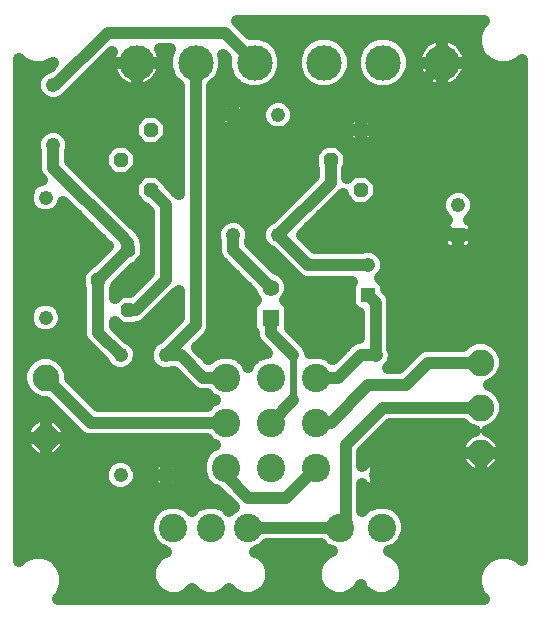
<source format=gbl>
G75*
G70*
%OFA0B0*%
%FSLAX24Y24*%
%IPPOS*%
%LPD*%
%AMOC8*
5,1,8,0,0,1.08239X$1,22.5*
%
%ADD10OC8,0.0476*%
%ADD11C,0.0476*%
%ADD12C,0.1181*%
%ADD13R,0.0476X0.0476*%
%ADD14C,0.0554*%
%ADD15R,0.0554X0.0554*%
%ADD16C,0.0886*%
%ADD17C,0.0945*%
%ADD18C,0.0400*%
%ADD19C,0.0240*%
D10*
X004302Y010302D03*
X003302Y011302D03*
X004302Y012302D03*
X005052Y014302D03*
X004052Y015302D03*
X005052Y016302D03*
X011052Y015302D03*
X012052Y014302D03*
X012052Y016302D03*
D11*
X009302Y016802D03*
X007802Y016802D03*
X007802Y012802D03*
X009302Y012802D03*
X012302Y011802D03*
X012552Y008802D03*
X012552Y004802D03*
X005552Y004802D03*
X004052Y004802D03*
X004052Y008802D03*
X005552Y008802D03*
X001552Y010052D03*
X001552Y014052D03*
X001802Y015802D03*
X001802Y017802D03*
X015302Y013802D03*
D12*
X014771Y018552D03*
X012802Y018552D03*
X010834Y018552D03*
X008521Y018552D03*
X006552Y018552D03*
X004584Y018552D03*
D13*
X012302Y010802D03*
X015302Y012802D03*
D14*
X009052Y011052D03*
D15*
X009052Y010052D03*
D16*
X016052Y008552D03*
X016052Y007052D03*
X016052Y005552D03*
X001552Y006052D03*
X001552Y008052D03*
D17*
X005802Y003052D03*
X007052Y003052D03*
X008302Y003052D03*
X007552Y005052D03*
X007552Y006552D03*
X007552Y008052D03*
X009052Y008052D03*
X009052Y006552D03*
X009052Y005052D03*
X010552Y005052D03*
X010552Y006552D03*
X010552Y008052D03*
X011352Y003052D03*
X012752Y003052D03*
D18*
X000662Y001951D02*
X000662Y018654D01*
X000786Y018530D01*
X001121Y018391D01*
X001484Y018391D01*
X001809Y018526D01*
X001683Y018400D01*
X001464Y018309D01*
X001296Y018141D01*
X001205Y017921D01*
X001205Y017683D01*
X001296Y017464D01*
X001464Y017296D01*
X001683Y017205D01*
X001921Y017205D01*
X002141Y017296D01*
X002158Y017312D01*
X002195Y017328D01*
X003762Y018895D01*
X003739Y018839D01*
X003709Y018726D01*
X003693Y018611D01*
X003693Y018553D01*
X004583Y018553D01*
X004583Y018552D01*
X003693Y018552D01*
X003693Y018494D01*
X003709Y018378D01*
X003739Y018265D01*
X003783Y018158D01*
X003842Y018057D01*
X003913Y017964D01*
X003995Y017881D01*
X004088Y017810D01*
X004189Y017752D01*
X004297Y017707D01*
X004410Y017677D01*
X004525Y017662D01*
X004584Y017662D01*
X004642Y017662D01*
X004758Y017677D01*
X004871Y017707D01*
X004979Y017752D01*
X005080Y017810D01*
X005172Y017881D01*
X005255Y017964D01*
X005326Y018057D01*
X005384Y018158D01*
X005429Y018265D01*
X005459Y018378D01*
X005474Y018494D01*
X005474Y018552D01*
X004584Y018552D01*
X004584Y017662D01*
X004584Y018552D01*
X004584Y018552D01*
X004584Y018553D01*
X005474Y018553D01*
X005474Y018611D01*
X005459Y018726D01*
X005429Y018839D01*
X005384Y018947D01*
X005358Y018992D01*
X005706Y018992D01*
X005602Y018741D01*
X005602Y018363D01*
X005747Y018014D01*
X005992Y017768D01*
X005992Y014154D01*
X005650Y014497D01*
X005650Y014550D01*
X005300Y014900D01*
X004805Y014900D01*
X004455Y014550D01*
X004455Y014055D01*
X004805Y013705D01*
X004858Y013705D01*
X004992Y013570D01*
X004992Y011534D01*
X004358Y010900D01*
X004055Y010900D01*
X003862Y010708D01*
X003862Y011017D01*
X003900Y011055D01*
X003900Y011108D01*
X004497Y011705D01*
X004550Y011705D01*
X004900Y012055D01*
X004900Y012550D01*
X004862Y012588D01*
X004862Y012664D01*
X004777Y012870D01*
X004620Y013027D01*
X004370Y013277D01*
X002362Y015284D01*
X002362Y015592D01*
X002400Y015683D01*
X002400Y015921D01*
X002309Y016141D01*
X002141Y016309D01*
X001921Y016400D01*
X001683Y016400D01*
X001464Y016309D01*
X001296Y016141D01*
X001205Y015921D01*
X001205Y015683D01*
X001242Y015592D01*
X001242Y015164D01*
X001242Y014941D01*
X001328Y014735D01*
X001419Y014644D01*
X001214Y014559D01*
X001046Y014391D01*
X000955Y014171D01*
X000955Y013933D01*
X001046Y013714D01*
X001214Y013546D01*
X001433Y013455D01*
X001671Y013455D01*
X001891Y013546D01*
X002059Y013714D01*
X002144Y013919D01*
X003578Y012485D01*
X003635Y012427D01*
X003108Y011900D01*
X003055Y011900D01*
X002705Y011550D01*
X002705Y011055D01*
X002742Y011017D01*
X002742Y009441D01*
X002828Y009235D01*
X002985Y009078D01*
X003508Y008555D01*
X003546Y008464D01*
X003714Y008296D01*
X003933Y008205D01*
X004171Y008205D01*
X004391Y008296D01*
X004559Y008464D01*
X004650Y008683D01*
X004650Y008921D01*
X004559Y009141D01*
X004391Y009309D01*
X004300Y009347D01*
X003862Y009784D01*
X003862Y009897D01*
X004055Y009705D01*
X004550Y009705D01*
X004588Y009742D01*
X004664Y009742D01*
X004870Y009828D01*
X005870Y010828D01*
X005992Y010950D01*
X005992Y010034D01*
X005305Y009347D01*
X005214Y009309D01*
X005046Y009141D01*
X004955Y008921D01*
X004955Y008683D01*
X005046Y008464D01*
X005214Y008296D01*
X005433Y008205D01*
X005671Y008205D01*
X005763Y008242D01*
X005820Y008242D01*
X006485Y007578D01*
X006691Y007492D01*
X006914Y007492D01*
X006935Y007492D01*
X007081Y007347D01*
X007188Y007302D01*
X007081Y007258D01*
X006935Y007112D01*
X003284Y007112D01*
X002355Y008041D01*
X002355Y008212D01*
X002233Y008507D01*
X002007Y008733D01*
X001712Y008855D01*
X001393Y008855D01*
X001098Y008733D01*
X000872Y008507D01*
X000749Y008212D01*
X000749Y007893D01*
X000872Y007598D01*
X001098Y007372D01*
X001393Y007249D01*
X001563Y007249D01*
X002735Y006078D01*
X002941Y005992D01*
X003164Y005992D01*
X006935Y005992D01*
X007081Y005847D01*
X007188Y005802D01*
X007081Y005758D01*
X006847Y005524D01*
X006720Y005218D01*
X006720Y004887D01*
X006847Y004581D01*
X007081Y004347D01*
X007312Y004251D01*
X007818Y003745D01*
X007677Y003605D01*
X007524Y003758D01*
X007218Y003885D01*
X006887Y003885D01*
X006581Y003758D01*
X006427Y003605D01*
X006274Y003758D01*
X005968Y003885D01*
X005637Y003885D01*
X005331Y003758D01*
X005097Y003524D01*
X004970Y003218D01*
X004970Y002887D01*
X005097Y002581D01*
X005331Y002347D01*
X005562Y002251D01*
X005378Y002175D01*
X005155Y001952D01*
X005034Y001660D01*
X005034Y001345D01*
X005155Y001053D01*
X005378Y000830D01*
X005670Y000709D01*
X005985Y000709D01*
X006277Y000830D01*
X006440Y000993D01*
X006603Y000830D01*
X006895Y000709D01*
X007210Y000709D01*
X007502Y000830D01*
X007665Y000993D01*
X007828Y000830D01*
X008120Y000709D01*
X008435Y000709D01*
X008727Y000830D01*
X008950Y001053D01*
X009070Y001345D01*
X009070Y001660D01*
X008950Y001952D01*
X008727Y002175D01*
X008543Y002251D01*
X008774Y002347D01*
X008920Y002492D01*
X010735Y002492D01*
X010881Y002347D01*
X011100Y002256D01*
X010903Y002175D01*
X010680Y001952D01*
X010559Y001660D01*
X010559Y001345D01*
X010680Y001053D01*
X010903Y000830D01*
X011195Y000709D01*
X011510Y000709D01*
X011802Y000830D01*
X012025Y001053D01*
X012052Y001120D01*
X012080Y001053D01*
X012303Y000830D01*
X012595Y000709D01*
X012910Y000709D01*
X013202Y000830D01*
X013425Y001053D01*
X013545Y001345D01*
X013545Y001660D01*
X013425Y001952D01*
X013202Y002175D01*
X013005Y002256D01*
X013224Y002347D01*
X013458Y002581D01*
X013585Y002887D01*
X013585Y003218D01*
X013458Y003524D01*
X013224Y003758D01*
X012918Y003885D01*
X012587Y003885D01*
X012281Y003758D01*
X012112Y003590D01*
X012112Y004493D01*
X012142Y004452D01*
X012202Y004392D01*
X012270Y004342D01*
X012346Y004304D01*
X012426Y004278D01*
X012510Y004265D01*
X012552Y004265D01*
X012552Y004802D01*
X012553Y004802D01*
X012553Y004803D01*
X012552Y004803D01*
X012552Y005340D01*
X012510Y005340D01*
X012426Y005327D01*
X012346Y005301D01*
X012270Y005262D01*
X012202Y005213D01*
X012142Y005153D01*
X012112Y005112D01*
X012112Y005570D01*
X013034Y006492D01*
X015477Y006492D01*
X015598Y006372D01*
X015850Y006267D01*
X015813Y006257D01*
X015723Y006220D01*
X015639Y006171D01*
X015561Y006112D01*
X015493Y006043D01*
X015433Y005966D01*
X015385Y005882D01*
X012424Y005882D01*
X012112Y005483D02*
X015312Y005483D01*
X015309Y005504D02*
X015322Y005407D01*
X015347Y005313D01*
X015385Y005223D01*
X015433Y005139D01*
X015493Y005061D01*
X015561Y004993D01*
X015639Y004933D01*
X015723Y004885D01*
X015813Y004847D01*
X015907Y004822D01*
X016004Y004809D01*
X016052Y004809D01*
X016052Y005552D01*
X016053Y005552D01*
X016053Y005553D01*
X016795Y005553D01*
X016795Y005601D01*
X016783Y005698D01*
X016757Y005792D01*
X016720Y005882D01*
X017437Y005882D01*
X017437Y006281D02*
X016287Y006281D01*
X016292Y006257D02*
X016255Y006267D01*
X016507Y006372D01*
X016733Y006598D01*
X016855Y006893D01*
X016855Y007212D01*
X016733Y007507D01*
X016507Y007733D01*
X016340Y007802D01*
X016507Y007872D01*
X016733Y008098D01*
X016855Y008393D01*
X016855Y008712D01*
X016733Y009007D01*
X016507Y009233D01*
X016212Y009355D01*
X015893Y009355D01*
X015598Y009233D01*
X015477Y009112D01*
X014414Y009112D01*
X014191Y009112D01*
X013985Y009027D01*
X013320Y008362D01*
X012958Y008362D01*
X013059Y008464D01*
X013150Y008683D01*
X013150Y008921D01*
X013112Y009013D01*
X013112Y010441D01*
X013112Y010664D01*
X013027Y010870D01*
X012900Y010996D01*
X012900Y011112D01*
X012845Y011244D01*
X012744Y011345D01*
X012706Y011361D01*
X012809Y011464D01*
X012900Y011683D01*
X012900Y011921D01*
X012809Y012141D01*
X012641Y012309D01*
X012421Y012400D01*
X012183Y012400D01*
X012092Y012362D01*
X010534Y012362D01*
X010094Y012802D01*
X011370Y014078D01*
X011455Y014163D01*
X011455Y014055D01*
X011805Y013705D01*
X012300Y013705D01*
X012650Y014055D01*
X012650Y014550D01*
X012300Y014900D01*
X011805Y014900D01*
X011612Y014708D01*
X011612Y015017D01*
X011650Y015055D01*
X011650Y015550D01*
X011300Y015900D01*
X010805Y015900D01*
X010455Y015550D01*
X010455Y015055D01*
X010492Y015017D01*
X010492Y014784D01*
X009055Y013347D01*
X008964Y013309D01*
X008796Y013141D01*
X008705Y012921D01*
X008705Y012683D01*
X008796Y012464D01*
X008964Y012296D01*
X009055Y012258D01*
X009985Y011328D01*
X010191Y011242D01*
X010414Y011242D01*
X011759Y011242D01*
X011705Y011112D01*
X011705Y010493D01*
X011759Y010361D01*
X011861Y010259D01*
X011992Y010205D01*
X011992Y009362D01*
X011941Y009362D01*
X011735Y009277D01*
X011578Y009120D01*
X011328Y008870D01*
X011120Y008662D01*
X011024Y008758D01*
X010718Y008885D01*
X010387Y008885D01*
X010362Y008875D01*
X010362Y008914D01*
X010277Y009120D01*
X009689Y009707D01*
X009689Y010401D01*
X009635Y010533D01*
X009535Y010634D01*
X009592Y010691D01*
X009689Y010926D01*
X009689Y011179D01*
X009592Y011413D01*
X009413Y011592D01*
X009227Y011670D01*
X008362Y012534D01*
X008362Y012592D01*
X008400Y012683D01*
X008400Y012921D01*
X008309Y013141D01*
X008141Y013309D01*
X007921Y013400D01*
X007683Y013400D01*
X007464Y013309D01*
X007296Y013141D01*
X007205Y012921D01*
X007205Y012683D01*
X007242Y012592D01*
X007242Y012414D01*
X007242Y012191D01*
X007328Y011985D01*
X008435Y010878D01*
X008512Y010691D01*
X008570Y010634D01*
X008470Y010533D01*
X008415Y010401D01*
X008415Y009704D01*
X008470Y009571D01*
X008492Y009549D01*
X008492Y009441D01*
X008578Y009235D01*
X008928Y008885D01*
X008887Y008885D01*
X008581Y008758D01*
X008347Y008524D01*
X008302Y008417D01*
X008258Y008524D01*
X008024Y008758D01*
X007718Y008885D01*
X007387Y008885D01*
X007081Y008758D01*
X006985Y008662D01*
X006594Y009052D01*
X007027Y009485D01*
X007112Y009691D01*
X007112Y009914D01*
X007112Y017768D01*
X007358Y018014D01*
X007503Y018363D01*
X007503Y018741D01*
X007477Y018805D01*
X007570Y018711D01*
X007570Y018363D01*
X007715Y018014D01*
X007982Y017747D01*
X008332Y017602D01*
X008710Y017602D01*
X009059Y017747D01*
X009327Y018014D01*
X009471Y018363D01*
X009471Y018741D01*
X009327Y019091D01*
X009059Y019358D01*
X008710Y019503D01*
X008362Y019503D01*
X007927Y019938D01*
X016150Y019938D01*
X016030Y019818D01*
X015891Y019484D01*
X015891Y019121D01*
X016030Y018786D01*
X016286Y018530D01*
X016621Y018391D01*
X016984Y018391D01*
X017318Y018530D01*
X017437Y018649D01*
X017437Y001956D01*
X017318Y002075D01*
X016984Y002214D01*
X016621Y002214D01*
X016286Y002075D01*
X016030Y001818D01*
X015891Y001484D01*
X015891Y001121D01*
X016030Y000786D01*
X016154Y000662D01*
X001951Y000662D01*
X002075Y000786D01*
X002214Y001121D01*
X002214Y001484D01*
X002075Y001818D01*
X001818Y002075D01*
X001484Y002214D01*
X001121Y002214D01*
X000786Y002075D01*
X000662Y001951D01*
X000662Y002295D02*
X005455Y002295D01*
X005132Y001897D02*
X001997Y001897D01*
X002208Y001498D02*
X005034Y001498D01*
X005136Y001099D02*
X002205Y001099D01*
X001989Y000701D02*
X016115Y000701D01*
X015900Y001099D02*
X013444Y001099D01*
X013545Y001498D02*
X015897Y001498D01*
X016108Y001897D02*
X013447Y001897D01*
X013099Y002295D02*
X017437Y002295D01*
X017437Y002694D02*
X013505Y002694D01*
X013585Y003092D02*
X017437Y003092D01*
X017437Y003491D02*
X013472Y003491D01*
X012834Y004342D02*
X012759Y004304D01*
X012678Y004278D01*
X012595Y004265D01*
X012553Y004265D01*
X012553Y004802D01*
X013090Y004802D01*
X013090Y004760D01*
X013077Y004676D01*
X013051Y004596D01*
X013012Y004520D01*
X012963Y004452D01*
X012903Y004392D01*
X012834Y004342D01*
X012709Y004288D02*
X017437Y004288D01*
X017437Y004686D02*
X013078Y004686D01*
X013090Y004803D02*
X013090Y004845D01*
X013077Y004928D01*
X013051Y005009D01*
X013012Y005084D01*
X012963Y005153D01*
X012903Y005213D01*
X012834Y005262D01*
X012759Y005301D01*
X012678Y005327D01*
X012595Y005340D01*
X012553Y005340D01*
X012553Y004803D01*
X013090Y004803D01*
X013012Y005085D02*
X015475Y005085D01*
X015309Y005504D02*
X015309Y005552D01*
X016052Y005552D01*
X016052Y005553D01*
X015309Y005553D01*
X015309Y005601D01*
X015322Y005698D01*
X015347Y005792D01*
X015385Y005882D01*
X015818Y006281D02*
X012822Y006281D01*
X012802Y007052D02*
X011552Y005802D01*
X011552Y003252D01*
X011352Y003052D01*
X008302Y003052D01*
X008649Y002295D02*
X011005Y002295D01*
X010657Y001897D02*
X008972Y001897D01*
X009070Y001498D02*
X010559Y001498D01*
X010661Y001099D02*
X008969Y001099D01*
X007674Y003889D02*
X000662Y003889D01*
X000662Y003491D02*
X005083Y003491D01*
X004970Y003092D02*
X000662Y003092D01*
X000662Y002694D02*
X005050Y002694D01*
X005426Y004278D02*
X005510Y004265D01*
X005552Y004265D01*
X005552Y004802D01*
X005015Y004802D01*
X005015Y004760D01*
X005028Y004676D01*
X005054Y004596D01*
X005092Y004520D01*
X005142Y004452D01*
X005202Y004392D01*
X005270Y004342D01*
X005346Y004304D01*
X005426Y004278D01*
X005396Y004288D02*
X004372Y004288D01*
X004391Y004296D02*
X004559Y004464D01*
X004650Y004683D01*
X004650Y004921D01*
X004559Y005141D01*
X004391Y005309D01*
X004171Y005400D01*
X003933Y005400D01*
X003714Y005309D01*
X003546Y005141D01*
X003455Y004921D01*
X003455Y004683D01*
X003546Y004464D01*
X003714Y004296D01*
X003933Y004205D01*
X004171Y004205D01*
X004391Y004296D01*
X004650Y004686D02*
X005026Y004686D01*
X005015Y004803D02*
X005552Y004803D01*
X005552Y005340D01*
X005510Y005340D01*
X005426Y005327D01*
X005346Y005301D01*
X005270Y005262D01*
X005202Y005213D01*
X005142Y005153D01*
X005092Y005084D01*
X005054Y005009D01*
X005028Y004928D01*
X005015Y004845D01*
X005015Y004803D01*
X005093Y005085D02*
X004582Y005085D01*
X005552Y005085D02*
X005553Y005085D01*
X005553Y005340D02*
X005553Y004803D01*
X005552Y004803D01*
X005552Y004802D01*
X005553Y004802D01*
X005553Y004803D01*
X006090Y004803D01*
X006090Y004845D01*
X006077Y004928D01*
X006051Y005009D01*
X006012Y005084D01*
X005963Y005153D01*
X005903Y005213D01*
X005834Y005262D01*
X005759Y005301D01*
X005678Y005327D01*
X005595Y005340D01*
X005553Y005340D01*
X005553Y004802D02*
X006090Y004802D01*
X006090Y004760D01*
X006077Y004676D01*
X006051Y004596D01*
X006012Y004520D01*
X005963Y004452D01*
X005903Y004392D01*
X005834Y004342D01*
X005759Y004304D01*
X005678Y004278D01*
X005595Y004265D01*
X005553Y004265D01*
X005553Y004802D01*
X005552Y004686D02*
X005553Y004686D01*
X005552Y004288D02*
X005553Y004288D01*
X005709Y004288D02*
X007223Y004288D01*
X006803Y004686D02*
X006078Y004686D01*
X006012Y005085D02*
X006720Y005085D01*
X006830Y005483D02*
X002031Y005483D01*
X002043Y005493D02*
X002112Y005561D01*
X002171Y005639D01*
X002220Y005723D01*
X002257Y005813D01*
X002283Y005907D01*
X002295Y006004D01*
X002295Y006052D01*
X001553Y006052D01*
X001553Y006053D01*
X001552Y006053D01*
X001552Y006795D01*
X001504Y006795D01*
X001407Y006783D01*
X001313Y006757D01*
X001223Y006720D01*
X001139Y006671D01*
X001061Y006612D01*
X000993Y006543D01*
X000933Y006466D01*
X000885Y006382D01*
X000847Y006292D01*
X000822Y006198D01*
X000809Y006101D01*
X000809Y006053D01*
X001552Y006053D01*
X001552Y006052D01*
X000809Y006052D01*
X000809Y006004D01*
X000822Y005907D01*
X000847Y005813D01*
X000885Y005723D01*
X000933Y005639D01*
X000993Y005561D01*
X001061Y005493D01*
X001139Y005433D01*
X001223Y005385D01*
X001313Y005347D01*
X001407Y005322D01*
X001504Y005309D01*
X001552Y005309D01*
X001552Y006052D01*
X001553Y006052D01*
X001553Y005309D01*
X001601Y005309D01*
X001698Y005322D01*
X001792Y005347D01*
X001882Y005385D01*
X001966Y005433D01*
X002043Y005493D01*
X002276Y005882D02*
X007045Y005882D01*
X007552Y006552D02*
X003052Y006552D01*
X001552Y008052D01*
X000993Y007476D02*
X000662Y007476D01*
X000662Y007078D02*
X001735Y007078D01*
X001698Y006783D02*
X001601Y006795D01*
X001553Y006795D01*
X001553Y006053D01*
X002295Y006053D01*
X002295Y006101D01*
X002283Y006198D01*
X002257Y006292D01*
X002220Y006382D01*
X002171Y006466D01*
X002112Y006543D01*
X002043Y006612D01*
X001966Y006671D01*
X001882Y006720D01*
X001792Y006757D01*
X001698Y006783D01*
X001553Y006679D02*
X001552Y006679D01*
X001552Y006281D02*
X001553Y006281D01*
X001552Y005882D02*
X001553Y005882D01*
X001552Y005483D02*
X001553Y005483D01*
X001073Y005483D02*
X000662Y005483D01*
X000662Y005085D02*
X003522Y005085D01*
X003455Y004686D02*
X000662Y004686D01*
X000662Y004288D02*
X003732Y004288D01*
X002532Y006281D02*
X002260Y006281D01*
X002134Y006679D02*
X001953Y006679D01*
X001152Y006679D02*
X000662Y006679D01*
X000662Y006281D02*
X000844Y006281D01*
X000829Y005882D02*
X000662Y005882D01*
X000662Y007875D02*
X000757Y007875D01*
X000775Y008273D02*
X000662Y008273D01*
X000662Y008672D02*
X001036Y008672D01*
X000662Y009070D02*
X002992Y009070D01*
X002985Y009078D02*
X002985Y009078D01*
X002742Y009469D02*
X001706Y009469D01*
X001671Y009455D02*
X001891Y009546D01*
X002059Y009714D01*
X002150Y009933D01*
X002150Y010171D01*
X002059Y010391D01*
X001891Y010559D01*
X001671Y010650D01*
X001433Y010650D01*
X001214Y010559D01*
X001046Y010391D01*
X000955Y010171D01*
X000955Y009933D01*
X001046Y009714D01*
X001214Y009546D01*
X001433Y009455D01*
X001671Y009455D01*
X001399Y009469D02*
X000662Y009469D01*
X000662Y009867D02*
X000982Y009867D01*
X000994Y010266D02*
X000662Y010266D01*
X000662Y010664D02*
X002742Y010664D01*
X002742Y010266D02*
X002111Y010266D01*
X002123Y009867D02*
X002742Y009867D01*
X003302Y009552D02*
X004052Y008802D01*
X003768Y008273D02*
X002330Y008273D01*
X002522Y007875D02*
X006188Y007875D01*
X006802Y008052D02*
X007552Y008052D01*
X006951Y007476D02*
X002921Y007476D01*
X003391Y008672D02*
X002068Y008672D01*
X003302Y009552D02*
X003302Y011302D01*
X004302Y012302D01*
X004302Y012552D01*
X004052Y012802D01*
X001802Y015052D01*
X001802Y015802D01*
X001399Y016244D02*
X000662Y016244D01*
X000662Y015846D02*
X001205Y015846D01*
X001242Y015447D02*
X000662Y015447D01*
X000662Y015048D02*
X001242Y015048D01*
X001413Y014650D02*
X000662Y014650D01*
X000662Y014251D02*
X000988Y014251D01*
X000988Y013853D02*
X000662Y013853D01*
X000662Y013454D02*
X002608Y013454D01*
X002210Y013853D02*
X002117Y013853D01*
X002997Y014650D02*
X004555Y014650D01*
X004300Y014705D02*
X004650Y015055D01*
X004650Y015550D01*
X004300Y015900D01*
X003805Y015900D01*
X003455Y015550D01*
X003455Y015055D01*
X003805Y014705D01*
X004300Y014705D01*
X004455Y014251D02*
X003395Y014251D01*
X003794Y013853D02*
X004656Y013853D01*
X004992Y013454D02*
X004192Y013454D01*
X004591Y013056D02*
X004992Y013056D01*
X004992Y012657D02*
X004862Y012657D01*
X004900Y012259D02*
X004992Y012259D01*
X004992Y011860D02*
X004706Y011860D01*
X004920Y011462D02*
X004254Y011462D01*
X004521Y011063D02*
X003900Y011063D01*
X004302Y010302D02*
X004552Y010302D01*
X005552Y011302D01*
X005552Y013802D01*
X005052Y014302D01*
X005550Y014650D02*
X005992Y014650D01*
X005992Y015048D02*
X004644Y015048D01*
X004650Y015447D02*
X005992Y015447D01*
X005992Y015846D02*
X005441Y015846D01*
X005300Y015705D02*
X005650Y016055D01*
X005650Y016550D01*
X005300Y016900D01*
X004805Y016900D01*
X004455Y016550D01*
X004455Y016055D01*
X004805Y015705D01*
X005300Y015705D01*
X005650Y016244D02*
X005992Y016244D01*
X005992Y016643D02*
X005557Y016643D01*
X005992Y017041D02*
X000662Y017041D01*
X000662Y016643D02*
X004547Y016643D01*
X004455Y016244D02*
X002206Y016244D01*
X002400Y015846D02*
X003750Y015846D01*
X003455Y015447D02*
X002362Y015447D01*
X002598Y015048D02*
X003461Y015048D01*
X004355Y015846D02*
X004664Y015846D01*
X005895Y014251D02*
X005992Y014251D01*
X007112Y014251D02*
X009959Y014251D01*
X009561Y013853D02*
X007112Y013853D01*
X007112Y013454D02*
X009162Y013454D01*
X008760Y013056D02*
X008344Y013056D01*
X008389Y012657D02*
X008715Y012657D01*
X008638Y012259D02*
X009053Y012259D01*
X009037Y011860D02*
X009453Y011860D01*
X009544Y011462D02*
X009851Y011462D01*
X009689Y011063D02*
X011705Y011063D01*
X011705Y010664D02*
X009566Y010664D01*
X009689Y010266D02*
X011854Y010266D01*
X011992Y009867D02*
X009689Y009867D01*
X009928Y009469D02*
X011992Y009469D01*
X011528Y009070D02*
X010298Y009070D01*
X009802Y008802D02*
X009052Y009552D01*
X009052Y010052D01*
X008415Y009867D02*
X007112Y009867D01*
X007112Y010266D02*
X008415Y010266D01*
X008539Y010664D02*
X007112Y010664D01*
X007112Y011063D02*
X008250Y011063D01*
X007851Y011462D02*
X007112Y011462D01*
X007112Y011860D02*
X007453Y011860D01*
X007242Y012259D02*
X007112Y012259D01*
X007112Y012657D02*
X007215Y012657D01*
X007260Y013056D02*
X007112Y013056D01*
X007802Y012802D02*
X007802Y012302D01*
X009052Y011052D01*
X010302Y011802D02*
X009302Y012802D01*
X011052Y014552D01*
X011052Y015302D01*
X010750Y015846D02*
X007112Y015846D01*
X007112Y016244D02*
X009088Y016244D01*
X009183Y016205D02*
X009421Y016205D01*
X009641Y016296D01*
X009809Y016464D01*
X009900Y016683D01*
X009900Y016921D01*
X009809Y017141D01*
X009641Y017309D01*
X009421Y017400D01*
X009183Y017400D01*
X008964Y017309D01*
X008796Y017141D01*
X008705Y016921D01*
X008705Y016683D01*
X008796Y016464D01*
X008964Y016296D01*
X009183Y016205D01*
X009517Y016244D02*
X011515Y016244D01*
X011515Y016302D02*
X011515Y016080D01*
X011830Y015765D01*
X012052Y015765D01*
X012052Y016302D01*
X012053Y016302D01*
X012053Y016303D01*
X012590Y016303D01*
X012590Y016525D01*
X012275Y016840D01*
X012053Y016840D01*
X012053Y016303D01*
X012052Y016303D01*
X012052Y016840D01*
X011830Y016840D01*
X011515Y016525D01*
X011515Y016303D01*
X012052Y016303D01*
X012052Y016302D01*
X011515Y016302D01*
X011677Y016227D02*
X008377Y016227D01*
X007802Y016802D01*
X007265Y016802D01*
X007265Y016760D01*
X007278Y016676D01*
X007304Y016596D01*
X007342Y016520D01*
X007392Y016452D01*
X007452Y016392D01*
X007520Y016342D01*
X007596Y016304D01*
X007676Y016278D01*
X007760Y016265D01*
X007802Y016265D01*
X007802Y016802D01*
X007802Y016803D01*
X007802Y017340D01*
X007760Y017340D01*
X007676Y017327D01*
X007596Y017301D01*
X007520Y017262D01*
X007452Y017213D01*
X007392Y017153D01*
X007342Y017084D01*
X007304Y017009D01*
X007278Y016928D01*
X007265Y016845D01*
X007265Y016803D01*
X007802Y016803D01*
X007803Y016803D01*
X007803Y017340D01*
X007845Y017340D01*
X007928Y017327D01*
X008009Y017301D01*
X008084Y017262D01*
X008153Y017213D01*
X008213Y017153D01*
X008262Y017084D01*
X008301Y017009D01*
X008327Y016928D01*
X008340Y016845D01*
X008340Y016803D01*
X007803Y016803D01*
X007803Y016802D01*
X008340Y016802D01*
X008340Y016760D01*
X008327Y016676D01*
X008301Y016596D01*
X008262Y016520D01*
X008213Y016452D01*
X008153Y016392D01*
X008084Y016342D01*
X008009Y016304D01*
X007928Y016278D01*
X007845Y016265D01*
X007803Y016265D01*
X007803Y016802D01*
X007802Y016802D01*
X007802Y016643D02*
X007803Y016643D01*
X007802Y017041D02*
X007803Y017041D01*
X008284Y017041D02*
X008754Y017041D01*
X008721Y016643D02*
X008316Y016643D01*
X007289Y016643D02*
X007112Y016643D01*
X007112Y017041D02*
X007321Y017041D01*
X007112Y017440D02*
X017437Y017440D01*
X017437Y017838D02*
X015303Y017838D01*
X015267Y017810D02*
X015359Y017881D01*
X015442Y017964D01*
X015513Y018057D01*
X015571Y018158D01*
X015616Y018265D01*
X015646Y018378D01*
X015661Y018494D01*
X015661Y018552D01*
X014771Y018552D01*
X014771Y017662D01*
X014829Y017662D01*
X014945Y017677D01*
X015058Y017707D01*
X015166Y017752D01*
X015267Y017810D01*
X015604Y018237D02*
X017437Y018237D01*
X017424Y018635D02*
X017437Y018635D01*
X016181Y018635D02*
X015658Y018635D01*
X015661Y018611D02*
X015646Y018726D01*
X015616Y018839D01*
X015571Y018947D01*
X015513Y019048D01*
X015442Y019141D01*
X015359Y019223D01*
X015267Y019294D01*
X015166Y019353D01*
X015058Y019397D01*
X014945Y019428D01*
X014829Y019443D01*
X014771Y019443D01*
X014771Y018553D01*
X014771Y018553D01*
X014771Y019443D01*
X014712Y019443D01*
X014597Y019428D01*
X014484Y019397D01*
X014376Y019353D01*
X014275Y019294D01*
X014182Y019223D01*
X014100Y019141D01*
X014029Y019048D01*
X013970Y018947D01*
X013926Y018839D01*
X013896Y018726D01*
X013880Y018611D01*
X013880Y018553D01*
X014770Y018553D01*
X014770Y018552D01*
X013880Y018552D01*
X013880Y018494D01*
X013896Y018378D01*
X013926Y018265D01*
X013970Y018158D01*
X014029Y018057D01*
X014100Y017964D01*
X014182Y017881D01*
X014275Y017810D01*
X014376Y017752D01*
X014484Y017707D01*
X014597Y017677D01*
X014712Y017662D01*
X014771Y017662D01*
X014771Y018552D01*
X014771Y018552D01*
X014771Y018553D01*
X015661Y018553D01*
X015661Y018611D01*
X015521Y019034D02*
X015927Y019034D01*
X015891Y019432D02*
X014909Y019432D01*
X014771Y019432D02*
X014771Y019432D01*
X014633Y019432D02*
X013161Y019432D01*
X012991Y019503D02*
X013341Y019358D01*
X013608Y019091D01*
X013753Y018741D01*
X013753Y018363D01*
X013608Y018014D01*
X013341Y017747D01*
X012991Y017602D01*
X012613Y017602D01*
X012264Y017747D01*
X011997Y018014D01*
X011852Y018363D01*
X011852Y018741D01*
X011997Y019091D01*
X012264Y019358D01*
X012613Y019503D01*
X012991Y019503D01*
X012443Y019432D02*
X011193Y019432D01*
X011023Y019503D02*
X011372Y019358D01*
X011640Y019091D01*
X011784Y018741D01*
X011784Y018363D01*
X011640Y018014D01*
X011372Y017747D01*
X011023Y017602D01*
X010645Y017602D01*
X010295Y017747D01*
X010028Y018014D01*
X009883Y018363D01*
X009883Y018741D01*
X010028Y019091D01*
X010295Y019358D01*
X010645Y019503D01*
X011023Y019503D01*
X010475Y019432D02*
X008880Y019432D01*
X009350Y019034D02*
X010004Y019034D01*
X009883Y018635D02*
X009471Y018635D01*
X009419Y018237D02*
X009936Y018237D01*
X010204Y017838D02*
X009151Y017838D01*
X008521Y018552D02*
X007521Y019552D01*
X003627Y019552D01*
X001877Y017802D01*
X001802Y017802D01*
X001391Y018237D02*
X000662Y018237D01*
X000662Y018635D02*
X000681Y018635D01*
X000662Y017838D02*
X001205Y017838D01*
X001320Y017440D02*
X000662Y017440D01*
X002307Y017440D02*
X005992Y017440D01*
X005922Y017838D02*
X005116Y017838D01*
X005417Y018237D02*
X005654Y018237D01*
X005602Y018635D02*
X005471Y018635D01*
X004584Y018237D02*
X004584Y018237D01*
X004584Y017838D02*
X004584Y017838D01*
X004052Y017838D02*
X002705Y017838D01*
X003104Y018237D02*
X003751Y018237D01*
X003697Y018635D02*
X003502Y018635D01*
X006552Y018552D02*
X006552Y009802D01*
X005552Y008802D01*
X006052Y008802D01*
X006802Y008052D01*
X006975Y008672D02*
X006995Y008672D01*
X006612Y009070D02*
X008742Y009070D01*
X008495Y008672D02*
X008110Y008672D01*
X008492Y009469D02*
X007011Y009469D01*
X005992Y010266D02*
X005308Y010266D01*
X005706Y010664D02*
X005992Y010664D01*
X005825Y009867D02*
X004909Y009867D01*
X005427Y009469D02*
X004178Y009469D01*
X003892Y009867D02*
X003862Y009867D01*
X004588Y009070D02*
X005016Y009070D01*
X004959Y008672D02*
X004645Y008672D01*
X004337Y008273D02*
X005268Y008273D01*
X002705Y011063D02*
X000662Y011063D01*
X000662Y011462D02*
X002705Y011462D01*
X003015Y011860D02*
X000662Y011860D01*
X000662Y012259D02*
X003467Y012259D01*
X003406Y012657D02*
X000662Y012657D01*
X000662Y013056D02*
X003007Y013056D01*
X007112Y014650D02*
X010358Y014650D01*
X010461Y015048D02*
X007112Y015048D01*
X007112Y015447D02*
X010455Y015447D01*
X011355Y015846D02*
X011749Y015846D01*
X012052Y015846D02*
X012053Y015846D01*
X012052Y015802D02*
X012052Y016302D01*
X011752Y016302D01*
X011677Y016227D01*
X012052Y016244D02*
X012053Y016244D01*
X012053Y016302D02*
X012053Y015765D01*
X012275Y015765D01*
X012590Y016080D01*
X012590Y016302D01*
X012053Y016302D01*
X012052Y016302D02*
X012521Y016302D01*
X014771Y018552D01*
X014771Y018635D02*
X014771Y018635D01*
X014771Y018237D02*
X014771Y018237D01*
X014771Y017838D02*
X014771Y017838D01*
X014239Y017838D02*
X013433Y017838D01*
X013700Y018237D02*
X013938Y018237D01*
X013884Y018635D02*
X013753Y018635D01*
X013632Y019034D02*
X014021Y019034D01*
X014771Y019034D02*
X014771Y019034D01*
X016042Y019831D02*
X008034Y019831D01*
X007570Y018635D02*
X007503Y018635D01*
X007450Y018237D02*
X007623Y018237D01*
X007891Y017838D02*
X007183Y017838D01*
X009850Y017041D02*
X017437Y017041D01*
X017437Y016643D02*
X012473Y016643D01*
X012590Y016244D02*
X017437Y016244D01*
X017437Y015846D02*
X012356Y015846D01*
X012052Y015802D02*
X015052Y012802D01*
X015302Y012802D01*
X015303Y012802D01*
X015303Y012803D01*
X015840Y012803D01*
X015840Y013070D01*
X015829Y013128D01*
X015806Y013182D01*
X015773Y013231D01*
X015731Y013273D01*
X015682Y013306D01*
X015660Y013315D01*
X015809Y013464D01*
X015900Y013683D01*
X015900Y013921D01*
X015809Y014141D01*
X015641Y014309D01*
X015421Y014400D01*
X015183Y014400D01*
X014964Y014309D01*
X014796Y014141D01*
X014705Y013921D01*
X014705Y013683D01*
X014796Y013464D01*
X014944Y013315D01*
X014922Y013306D01*
X014873Y013273D01*
X014832Y013231D01*
X014799Y013182D01*
X014776Y013128D01*
X014765Y013070D01*
X014765Y012803D01*
X015302Y012803D01*
X015302Y012802D01*
X015302Y012265D01*
X015035Y012265D01*
X014977Y012276D01*
X014922Y012299D01*
X014873Y012332D01*
X014832Y012373D01*
X014799Y012422D01*
X014776Y012477D01*
X014765Y012535D01*
X014765Y012802D01*
X015302Y012802D01*
X015303Y012802D02*
X015303Y012265D01*
X015570Y012265D01*
X015628Y012276D01*
X015682Y012299D01*
X015731Y012332D01*
X015773Y012373D01*
X015806Y012422D01*
X015829Y012477D01*
X015840Y012535D01*
X015840Y012802D01*
X015303Y012802D01*
X015302Y012657D02*
X015303Y012657D01*
X015840Y012657D02*
X017437Y012657D01*
X017437Y012259D02*
X012691Y012259D01*
X012900Y011860D02*
X017437Y011860D01*
X017437Y011462D02*
X012807Y011462D01*
X012900Y011063D02*
X017437Y011063D01*
X017437Y010664D02*
X013112Y010664D01*
X013112Y010266D02*
X017437Y010266D01*
X017437Y009867D02*
X013112Y009867D01*
X013112Y009469D02*
X017437Y009469D01*
X017437Y009070D02*
X016670Y009070D01*
X016855Y008672D02*
X017437Y008672D01*
X017437Y008273D02*
X016806Y008273D01*
X016510Y007875D02*
X017437Y007875D01*
X017437Y007476D02*
X016746Y007476D01*
X016855Y007078D02*
X017437Y007078D01*
X017437Y006679D02*
X016767Y006679D01*
X016466Y006171D02*
X016382Y006220D01*
X016292Y006257D01*
X016466Y006171D02*
X016543Y006112D01*
X016612Y006043D01*
X016671Y005966D01*
X016720Y005882D01*
X016795Y005552D02*
X016053Y005552D01*
X016053Y004809D01*
X016101Y004809D01*
X016198Y004822D01*
X016292Y004847D01*
X016382Y004885D01*
X016466Y004933D01*
X016543Y004993D01*
X016612Y005061D01*
X016671Y005139D01*
X016720Y005223D01*
X016757Y005313D01*
X016783Y005407D01*
X016795Y005504D01*
X016795Y005552D01*
X016793Y005483D02*
X017437Y005483D01*
X017437Y005085D02*
X016630Y005085D01*
X016053Y005085D02*
X016052Y005085D01*
X016052Y005483D02*
X016053Y005483D01*
X016052Y007052D02*
X012802Y007052D01*
X012302Y007802D02*
X011052Y006552D01*
X010552Y006552D01*
X009802Y007302D02*
X009052Y006552D01*
X007552Y005052D02*
X007552Y004802D01*
X008302Y004052D01*
X009552Y004052D01*
X010552Y005052D01*
X012112Y004288D02*
X012396Y004288D01*
X012552Y004288D02*
X012553Y004288D01*
X012552Y004686D02*
X012553Y004686D01*
X012552Y005085D02*
X012553Y005085D01*
X012112Y003889D02*
X017437Y003889D01*
X013552Y007802D02*
X012302Y007802D01*
X011802Y008552D02*
X012052Y008802D01*
X012552Y008802D01*
X012552Y010552D01*
X012302Y010802D01*
X012302Y011802D02*
X010302Y011802D01*
X010239Y012657D02*
X014765Y012657D01*
X014765Y013056D02*
X010348Y013056D01*
X010746Y013454D02*
X014805Y013454D01*
X014705Y013853D02*
X012448Y013853D01*
X012650Y014251D02*
X014906Y014251D01*
X015699Y014251D02*
X017437Y014251D01*
X017437Y013853D02*
X015900Y013853D01*
X015800Y013454D02*
X017437Y013454D01*
X017437Y013056D02*
X015840Y013056D01*
X017437Y014650D02*
X012550Y014650D01*
X011644Y015048D02*
X017437Y015048D01*
X017437Y015447D02*
X011650Y015447D01*
X011632Y016643D02*
X009883Y016643D01*
X011464Y017838D02*
X012172Y017838D01*
X011904Y018237D02*
X011732Y018237D01*
X011784Y018635D02*
X011852Y018635D01*
X011973Y019034D02*
X011663Y019034D01*
X012052Y016643D02*
X012053Y016643D01*
X011656Y013853D02*
X011145Y013853D01*
X013112Y009070D02*
X014090Y009070D01*
X013630Y008672D02*
X013145Y008672D01*
X013552Y007802D02*
X014302Y008552D01*
X016052Y008552D01*
X011802Y008552D02*
X011302Y008052D01*
X010552Y008052D01*
X011110Y008672D02*
X011130Y008672D01*
X012044Y001099D02*
X012061Y001099D01*
D19*
X009802Y007302D02*
X009802Y008802D01*
M02*

</source>
